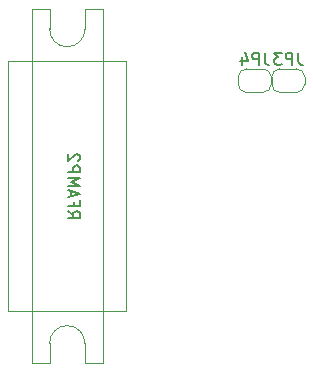
<source format=gbr>
%TF.GenerationSoftware,KiCad,Pcbnew,8.0.1*%
%TF.CreationDate,2025-05-01T03:19:42-07:00*%
%TF.ProjectId,rocketBeaconModule,726f636b-6574-4426-9561-636f6e4d6f64,rev?*%
%TF.SameCoordinates,Original*%
%TF.FileFunction,Legend,Bot*%
%TF.FilePolarity,Positive*%
%FSLAX46Y46*%
G04 Gerber Fmt 4.6, Leading zero omitted, Abs format (unit mm)*
G04 Created by KiCad (PCBNEW 8.0.1) date 2025-05-01 03:19:42*
%MOMM*%
%LPD*%
G01*
G04 APERTURE LIST*
%ADD10C,0.150000*%
%ADD11C,0.120000*%
G04 APERTURE END LIST*
D10*
X79217733Y-116526819D02*
X79217733Y-117241104D01*
X79217733Y-117241104D02*
X79265352Y-117383961D01*
X79265352Y-117383961D02*
X79360590Y-117479200D01*
X79360590Y-117479200D02*
X79503447Y-117526819D01*
X79503447Y-117526819D02*
X79598685Y-117526819D01*
X78741542Y-117526819D02*
X78741542Y-116526819D01*
X78741542Y-116526819D02*
X78360590Y-116526819D01*
X78360590Y-116526819D02*
X78265352Y-116574438D01*
X78265352Y-116574438D02*
X78217733Y-116622057D01*
X78217733Y-116622057D02*
X78170114Y-116717295D01*
X78170114Y-116717295D02*
X78170114Y-116860152D01*
X78170114Y-116860152D02*
X78217733Y-116955390D01*
X78217733Y-116955390D02*
X78265352Y-117003009D01*
X78265352Y-117003009D02*
X78360590Y-117050628D01*
X78360590Y-117050628D02*
X78741542Y-117050628D01*
X77312971Y-116860152D02*
X77312971Y-117526819D01*
X77551066Y-116479200D02*
X77789161Y-117193485D01*
X77789161Y-117193485D02*
X77170114Y-117193485D01*
X82052132Y-116526819D02*
X82052132Y-117241104D01*
X82052132Y-117241104D02*
X82099751Y-117383961D01*
X82099751Y-117383961D02*
X82194989Y-117479200D01*
X82194989Y-117479200D02*
X82337846Y-117526819D01*
X82337846Y-117526819D02*
X82433084Y-117526819D01*
X81575941Y-117526819D02*
X81575941Y-116526819D01*
X81575941Y-116526819D02*
X81194989Y-116526819D01*
X81194989Y-116526819D02*
X81099751Y-116574438D01*
X81099751Y-116574438D02*
X81052132Y-116622057D01*
X81052132Y-116622057D02*
X81004513Y-116717295D01*
X81004513Y-116717295D02*
X81004513Y-116860152D01*
X81004513Y-116860152D02*
X81052132Y-116955390D01*
X81052132Y-116955390D02*
X81099751Y-117003009D01*
X81099751Y-117003009D02*
X81194989Y-117050628D01*
X81194989Y-117050628D02*
X81575941Y-117050628D01*
X80671179Y-116526819D02*
X80052132Y-116526819D01*
X80052132Y-116526819D02*
X80385465Y-116907771D01*
X80385465Y-116907771D02*
X80242608Y-116907771D01*
X80242608Y-116907771D02*
X80147370Y-116955390D01*
X80147370Y-116955390D02*
X80099751Y-117003009D01*
X80099751Y-117003009D02*
X80052132Y-117098247D01*
X80052132Y-117098247D02*
X80052132Y-117336342D01*
X80052132Y-117336342D02*
X80099751Y-117431580D01*
X80099751Y-117431580D02*
X80147370Y-117479200D01*
X80147370Y-117479200D02*
X80242608Y-117526819D01*
X80242608Y-117526819D02*
X80528322Y-117526819D01*
X80528322Y-117526819D02*
X80623560Y-117479200D01*
X80623560Y-117479200D02*
X80671179Y-117431580D01*
X62553579Y-129908038D02*
X63029770Y-130241371D01*
X62553579Y-130479466D02*
X63553579Y-130479466D01*
X63553579Y-130479466D02*
X63553579Y-130098514D01*
X63553579Y-130098514D02*
X63505960Y-130003276D01*
X63505960Y-130003276D02*
X63458341Y-129955657D01*
X63458341Y-129955657D02*
X63363103Y-129908038D01*
X63363103Y-129908038D02*
X63220246Y-129908038D01*
X63220246Y-129908038D02*
X63125008Y-129955657D01*
X63125008Y-129955657D02*
X63077389Y-130003276D01*
X63077389Y-130003276D02*
X63029770Y-130098514D01*
X63029770Y-130098514D02*
X63029770Y-130479466D01*
X63077389Y-129146133D02*
X63077389Y-129479466D01*
X62553579Y-129479466D02*
X63553579Y-129479466D01*
X63553579Y-129479466D02*
X63553579Y-129003276D01*
X62839294Y-128669942D02*
X62839294Y-128193752D01*
X62553579Y-128765180D02*
X63553579Y-128431847D01*
X63553579Y-128431847D02*
X62553579Y-128098514D01*
X62553579Y-127765180D02*
X63553579Y-127765180D01*
X63553579Y-127765180D02*
X62839294Y-127431847D01*
X62839294Y-127431847D02*
X63553579Y-127098514D01*
X63553579Y-127098514D02*
X62553579Y-127098514D01*
X62553579Y-126622323D02*
X63553579Y-126622323D01*
X63553579Y-126622323D02*
X63553579Y-126241371D01*
X63553579Y-126241371D02*
X63505960Y-126146133D01*
X63505960Y-126146133D02*
X63458341Y-126098514D01*
X63458341Y-126098514D02*
X63363103Y-126050895D01*
X63363103Y-126050895D02*
X63220246Y-126050895D01*
X63220246Y-126050895D02*
X63125008Y-126098514D01*
X63125008Y-126098514D02*
X63077389Y-126146133D01*
X63077389Y-126146133D02*
X63029770Y-126241371D01*
X63029770Y-126241371D02*
X63029770Y-126622323D01*
X63458341Y-125669942D02*
X63505960Y-125622323D01*
X63505960Y-125622323D02*
X63553579Y-125527085D01*
X63553579Y-125527085D02*
X63553579Y-125288990D01*
X63553579Y-125288990D02*
X63505960Y-125193752D01*
X63505960Y-125193752D02*
X63458341Y-125146133D01*
X63458341Y-125146133D02*
X63363103Y-125098514D01*
X63363103Y-125098514D02*
X63267865Y-125098514D01*
X63267865Y-125098514D02*
X63125008Y-125146133D01*
X63125008Y-125146133D02*
X62553579Y-125717561D01*
X62553579Y-125717561D02*
X62553579Y-125098514D01*
D11*
%TO.C,JP4*%
X76984400Y-119172000D02*
X76984400Y-118572000D01*
X77684400Y-117872000D02*
X79084400Y-117872000D01*
X79084400Y-119872000D02*
X77684400Y-119872000D01*
X79784400Y-118572000D02*
X79784400Y-119172000D01*
X76984400Y-118572000D02*
G75*
G02*
X77684400Y-117872000I700000J0D01*
G01*
X77684400Y-119872000D02*
G75*
G02*
X76984400Y-119172000I0J700000D01*
G01*
X79084400Y-117872000D02*
G75*
G02*
X79784400Y-118572000I1J-699999D01*
G01*
X79784400Y-119172000D02*
G75*
G02*
X79084400Y-119872000I-699999J-1D01*
G01*
%TO.C,JP3*%
X79818799Y-119172001D02*
X79818799Y-118571999D01*
X80518799Y-117872000D02*
X81918799Y-117872000D01*
X81918799Y-119872000D02*
X80518799Y-119872000D01*
X82618799Y-118571999D02*
X82618799Y-119172001D01*
X79818799Y-118571999D02*
G75*
G02*
X80518799Y-117872000I700000J-1D01*
G01*
X80518799Y-119872000D02*
G75*
G02*
X79818799Y-119172001I0J700000D01*
G01*
X81918799Y-117872000D02*
G75*
G02*
X82618799Y-118571999I1J-699999D01*
G01*
X82618799Y-119172001D02*
G75*
G02*
X81918799Y-119872000I-699999J0D01*
G01*
%TO.C,RFAMP2*%
X59508400Y-112812800D02*
X59508400Y-142812800D01*
X59508400Y-112812800D02*
X61008400Y-112812800D01*
X61008400Y-112812800D02*
X61008400Y-114512800D01*
X61008400Y-142812800D02*
X59508400Y-142812800D01*
X61008400Y-142812800D02*
X61008400Y-141112800D01*
X64008400Y-112812800D02*
X64008400Y-114512800D01*
X64008400Y-112812800D02*
X65508400Y-112812800D01*
X64008400Y-142812800D02*
X64008400Y-141112800D01*
X65508400Y-142812800D02*
X64008400Y-142812800D01*
X65508400Y-142812800D02*
X65508400Y-112812800D01*
X61008400Y-141112800D02*
G75*
G02*
X64007831Y-141154123I1500000J0D01*
G01*
X64008400Y-114512800D02*
G75*
G02*
X61008969Y-114471477I-1500000J0D01*
G01*
X67508400Y-138412800D02*
X57508400Y-138412800D01*
X57508400Y-117212800D01*
X67508400Y-117212800D01*
X67508400Y-138412800D01*
%TD*%
M02*

</source>
